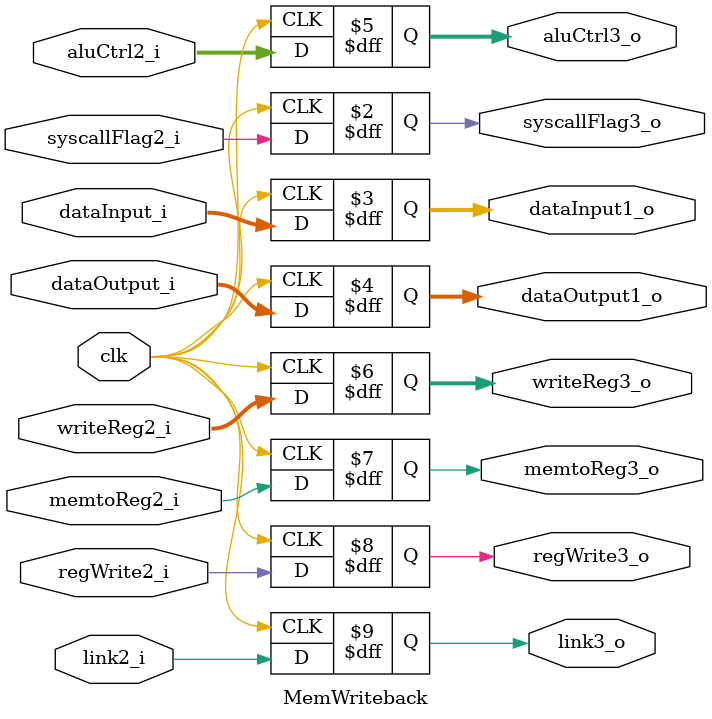
<source format=v>
module MemWriteback(
	
	input clk,
	input syscallFlag2_i,
	input [31:0] dataInput_i,
	input [31:0] dataOutput_i,
	input [5:0] aluCtrl2_i,
	input [4:0] writeReg2_i,
	input memtoReg2_i,
	input regWrite2_i,
	input link2_i,

	output reg syscallFlag3_o,
	output reg [31:0] dataInput1_o,
	output reg [31:0] dataOutput1_o,
	output reg [5:0] aluCtrl3_o,
	output reg [4:0] writeReg3_o,
	output reg memtoReg3_o,
	output reg regWrite3_o,
	output reg link3_o
);

always @ (posedge clk)
begin 
	syscallFlag3_o <= syscallFlag2_i;
	dataInput1_o <= dataInput_i;
	dataOutput1_o <= dataOutput_i;
	aluCtrl3_o <= aluCtrl2_i;
	writeReg3_o <= writeReg2_i;
	memtoReg3_o <= memtoReg2_i;
	regWrite3_o <= regWrite2_i;
	link3_o <= link2_i;

end

endmodule
</source>
